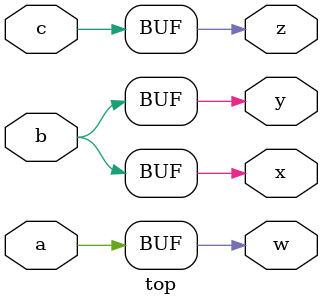
<source format=sv>
module top ( 
  input wire a,b,c,
  output wire w,x,y,z
);

  assign {w,x,y,z} = {a,b,b,c};

endmodule

</source>
